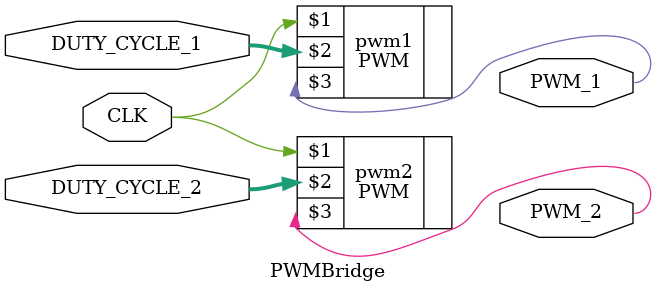
<source format=v>
`timescale 1ns / 1ps
module PWMBridge(
    input CLK,
    input [7:0] DUTY_CYCLE_1,
    input [7:0] DUTY_CYCLE_2,
    //input [7:0] DUTY_CYCLE_3,
    //input [7:0] DUTY_CYCLE_4,
    output PWM_1,
    output PWM_2
    //output PWM_3,
    //output PWM_4
    );
	 
	 PWM pwm1(CLK, DUTY_CYCLE_1, PWM_1);
	 PWM pwm2(CLK, DUTY_CYCLE_2, PWM_2);
	 //PWM pwm3(CLK, DUTY_CYCLE_3, PWM_3);
	 //PWM pwm4(CLK, DUTY_CYCLE_4, PWM_4);


endmodule

</source>
